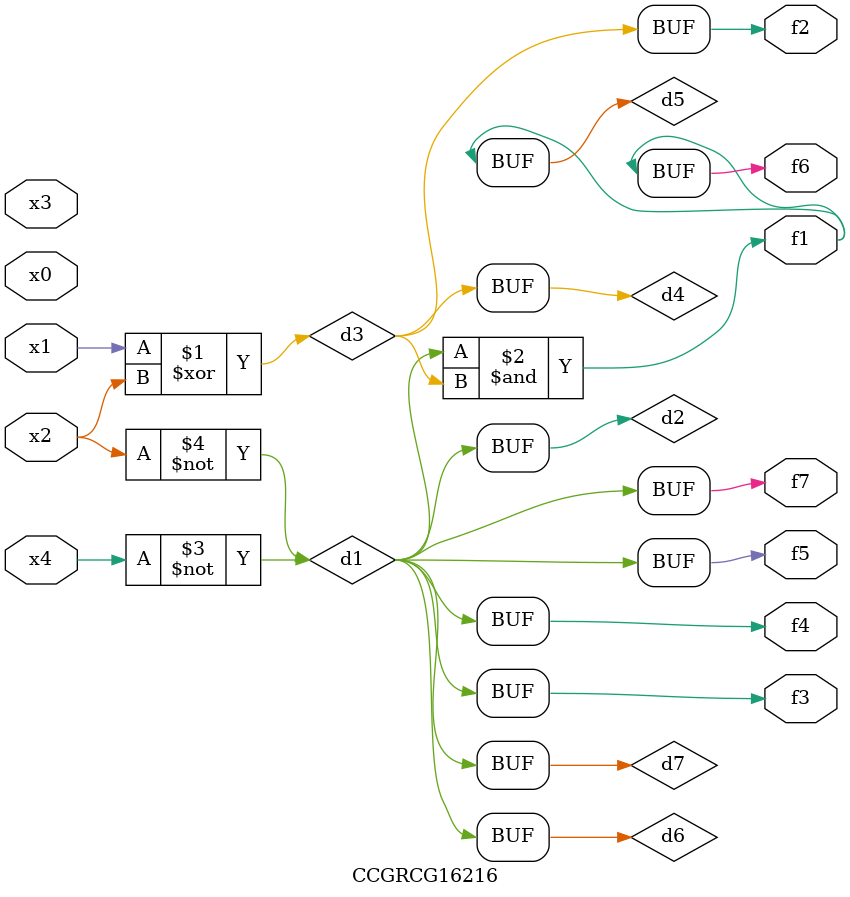
<source format=v>
module CCGRCG16216(
	input x0, x1, x2, x3, x4,
	output f1, f2, f3, f4, f5, f6, f7
);

	wire d1, d2, d3, d4, d5, d6, d7;

	not (d1, x4);
	not (d2, x2);
	xor (d3, x1, x2);
	buf (d4, d3);
	and (d5, d1, d3);
	buf (d6, d1, d2);
	buf (d7, d2);
	assign f1 = d5;
	assign f2 = d4;
	assign f3 = d7;
	assign f4 = d7;
	assign f5 = d7;
	assign f6 = d5;
	assign f7 = d7;
endmodule

</source>
